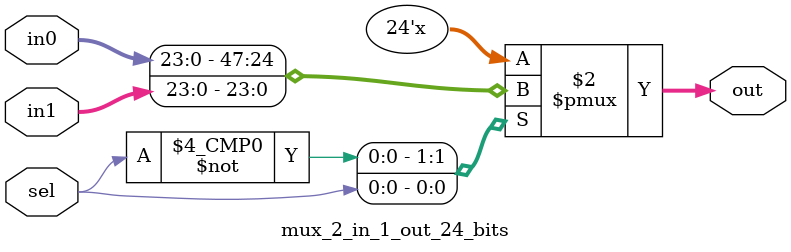
<source format=v>
module mux_2_in_1_out_24_bits (in0 , in1 , sel , out);
input [23:0]in0 , in1;
input sel;
output reg [23:0]out;
always@(*)
begin
    case(sel)
        1'b0:
            begin
                out = in0;
            end
        1'b1:
            begin
                out = in1;
            end 
    endcase   
end
endmodule
</source>
